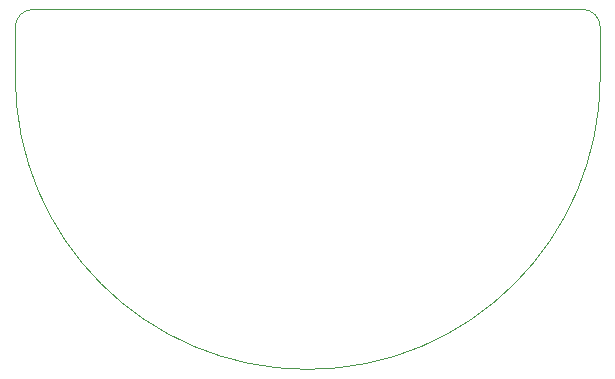
<source format=gbr>
G04 #@! TF.FileFunction,Profile,NP*
%FSLAX46Y46*%
G04 Gerber Fmt 4.6, Leading zero omitted, Abs format (unit mm)*
G04 Created by KiCad (PCBNEW (2015-04-22 BZR 5620)-product) date 02/01/2016 08:54:23*
%MOMM*%
G01*
G04 APERTURE LIST*
%ADD10C,0.100000*%
G04 APERTURE END LIST*
D10*
X233045000Y-99925000D02*
G75*
G03X231545000Y-98425000I-1500000J0D01*
G01*
X185015000Y-98425000D02*
G75*
G03X183515000Y-99925000I0J-1500000D01*
G01*
X183515000Y-99925000D02*
X183515000Y-104140000D01*
X233045000Y-99925000D02*
X233045000Y-104140000D01*
X183515000Y-104140000D02*
G75*
G03X233045000Y-104140000I24765000J0D01*
G01*
X231545000Y-98425000D02*
X185015000Y-98425000D01*
M02*

</source>
